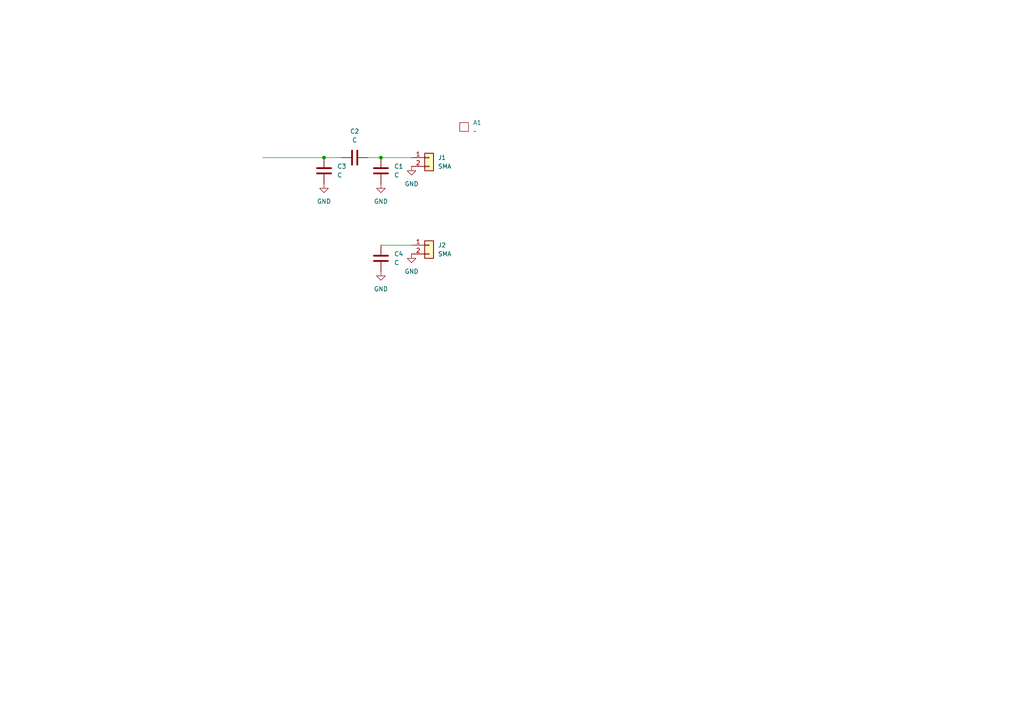
<source format=kicad_sch>
(kicad_sch (version 20250114) (generator "eeschema") (generator_version "9.0")
  (paper "A4")
  (lib_symbols
    (symbol "Connector_Generic:Conn_01x02" (pin_names (offset 1.016) (hide yes))
      (property "Reference" "J" (at 0 2.54 0))
      (property "Value" "Conn_01x02" (at 0 -5.08 0))
      (symbol "Conn_01x02_1_1"
        (rectangle (start -1.27 1.27) (end 1.27 -3.81) (stroke (width 0.254)) (fill (type background)))
        (rectangle (start -1.27 0.127) (end 0 -0.127) (stroke (width 0.1524)))
        (rectangle (start -1.27 -2.413) (end 0 -2.667) (stroke (width 0.1524)))
        (pin passive line (at -5.08 0 0) (length 3.81) (name "Pin_1") (number "1"))
        (pin passive line (at -5.08 -2.54 0) (length 3.81) (name "Pin_2") (number "2"))
      )
    )
    (symbol "Device:C" (pin_numbers (hide yes)) (pin_names (offset 0.254))
      (property "Reference" "C" (at 0.635 2.54 0))
      (property "Value" "C" (at 0.635 -2.54 0))
      (symbol "C_0_1"
        (polyline (pts (xy -2.032 0.762) (xy 2.032 0.762)) (stroke (width 0.508)))
        (polyline (pts (xy -2.032 -0.762) (xy 2.032 -0.762)) (stroke (width 0.508)))
      )
      (symbol "C_1_1"
        (pin passive line (at 0 3.81 270) (length 2.794) (name "~") (number "1"))
        (pin passive line (at 0 -3.81 90) (length 2.794) (name "~") (number "2"))
      )
    )
    (symbol "cnhardware:ARTWORK" (exclude_from_sim yes) (in_bom no)
      (property "Reference" "A" (at 0 0 0))
      (symbol "ARTWORK_0_1"
        (rectangle (start -1.27 1.27) (end 1.27 -1.27))
      )
    )
    (symbol "power:GND" (power) (pin_numbers (hide yes)) (pin_names (offset 0) (hide yes))
      (property "Value" "GND" (at 0 -3.81 0))
      (symbol "GND_0_1"
        (polyline (pts (xy 0 0) (xy 0 -1.27) (xy 1.27 -1.27) (xy 0 -2.54) (xy -1.27 -1.27) (xy 0 -1.27)))
      )
      (symbol "GND_1_1"
        (pin power_in line (at 0 0 270) (length 0) (name "~") (number "1"))
      )
    )
  )
  (junction (at 110.49 45.72))
  (junction (at 93.98 45.72))
  (wire (pts (xy 106.68 45.72) (xy 110.49 45.72)))
  (wire (pts (xy 93.98 45.72) (xy 99.06 45.72)))
  (wire (pts (xy 110.49 71.12) (xy 119.38 71.12)))
  (wire (pts (xy 110.49 45.72) (xy 119.38 45.72)))
  (wire (pts (xy 76.2 45.72) (xy 93.98 45.72)))
  (symbol (lib_id "power:GND") (at 93.98 53.34 0) (unit 1)
    (property "Reference" "#PWR03" (effects (hide yes)))
    (property "Value" "GND" (at 93.98 58.42 0))
    (property "Description" "Power symbol creates a global label with name \"GND\" , ground" (effects (hide yes)))
  )
  (symbol (lib_id "Device:C") (at 102.87 45.72 90) (unit 1)
    (property "Reference" "C2" (at 102.87 38.1 90))
    (property "Value" "C" (at 102.87 40.64 90))
    (property "Footprint" "Capacitor_SMD:C_0603_1608Metric" (effects (hide yes)))
    (property "Description" "Unpolarized capacitor" (effects (hide yes)))
  )
  (symbol (lib_id "Device:C") (at 110.49 49.53 0) (unit 1)
    (property "Reference" "C1" (at 114.3 48.2599 0) (effects (justify left)))
    (property "Value" "C" (at 114.3 50.7999 0) (effects (justify left)))
    (property "Footprint" "Capacitor_SMD:C_0603_1608Metric" (effects (hide yes)))
    (property "Description" "Unpolarized capacitor" (effects (hide yes)))
  )
  (symbol (lib_id "Connector_Generic:Conn_01x02") (at 124.46 71.12 0) (unit 1)
    (property "Reference" "J2" (at 127 71.1199 0) (effects (justify left)))
    (property "Value" "SMA" (at 127 73.6599 0) (effects (justify left)))
    (property "Footprint" "Connector_Coaxial:SMA_Amphenol_132289_EdgeMount" (effects (hide yes)))
    (property "Description" "Generic connector, single row, 01x02, script generated (kicad-library-utils/schlib/autogen/connector/)" (effects (hide yes)))
  )
  (symbol (lib_id "Device:C") (at 93.98 49.53 0) (unit 1)
    (property "Reference" "C3" (at 97.79 48.2599 0) (effects (justify left)))
    (property "Value" "C" (at 97.79 50.7999 0) (effects (justify left)))
    (property "Footprint" "Capacitor_SMD:C_0603_1608Metric" (effects (hide yes)))
    (property "Description" "Unpolarized capacitor" (effects (hide yes)))
  )
  (symbol (lib_id "power:GND") (at 119.38 73.66 0) (unit 1)
    (property "Reference" "#PWR05" (effects (hide yes)))
    (property "Value" "GND" (at 119.38 78.74 0))
    (property "Description" "Power symbol creates a global label with name \"GND\" , ground" (effects (hide yes)))
  )
  (symbol (lib_id "Device:C") (at 110.49 74.93 0) (unit 1)
    (property "Reference" "C4" (at 114.3 73.6599 0) (effects (justify left)))
    (property "Value" "C" (at 114.3 76.1999 0) (effects (justify left)))
    (property "Footprint" "Capacitor_SMD:C_0603_1608Metric" (effects (hide yes)))
    (property "Description" "Unpolarized capacitor" (effects (hide yes)))
  )
  (symbol (lib_id "Connector_Generic:Conn_01x02") (at 124.46 45.72 0) (unit 1)
    (property "Reference" "J1" (at 127 45.7199 0) (effects (justify left)))
    (property "Value" "SMA" (at 127 48.2599 0) (effects (justify left)))
    (property "Footprint" "Connector_Coaxial:SMA_Amphenol_132289_EdgeMount" (effects (hide yes)))
    (property "Description" "Generic connector, single row, 01x02, script generated (kicad-library-utils/schlib/autogen/connector/)" (effects (hide yes)))
  )
  (symbol (lib_id "power:GND") (at 110.49 53.34 0) (unit 1)
    (property "Reference" "#PWR02" (effects (hide yes)))
    (property "Value" "GND" (at 110.49 58.42 0))
    (property "Description" "Power symbol creates a global label with name \"GND\" , ground" (effects (hide yes)))
  )
  (symbol (lib_id "power:GND") (at 119.38 48.26 0) (unit 1)
    (property "Reference" "#PWR01" (effects (hide yes)))
    (property "Value" "GND" (at 119.38 53.34 0))
    (property "Description" "Power symbol creates a global label with name \"GND\" , ground" (effects (hide yes)))
  )
  (symbol (lib_id "power:GND") (at 110.49 78.74 0) (unit 1)
    (property "Reference" "#PWR04" (effects (hide yes)))
    (property "Value" "GND" (at 110.49 83.82 0))
    (property "Description" "Power symbol creates a global label with name \"GND\" , ground" (effects (hide yes)))
  )
  (symbol (lib_id "cnhardware:ARTWORK") (at 134.62 36.83 0) (unit 1) (exclude_from_sim yes) (in_bom no)
    (property "Reference" "A1" (at 137.16 35.5599 0) (effects (justify left)))
    (property "Value" "~" (at 137.16 38.0999 0) (effects (justify left)))
    (property "Footprint" "rf-playground:maskgrid" (effects (hide yes)))
  )
)
</source>
